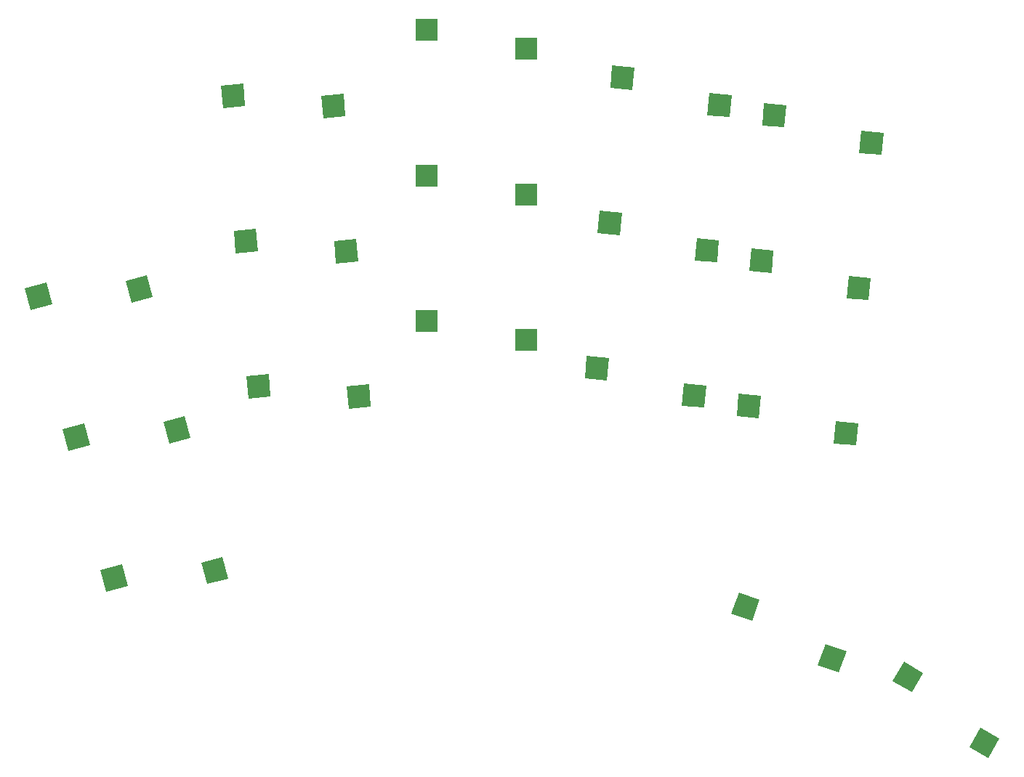
<source format=gbr>
%TF.GenerationSoftware,KiCad,Pcbnew,(5.1.10)-1*%
%TF.CreationDate,2021-07-08T00:04:35+02:00*%
%TF.ProjectId,architeuthis_dux,61726368-6974-4657-9574-6869735f6475,VERSION_HERE*%
%TF.SameCoordinates,Original*%
%TF.FileFunction,Paste,Bot*%
%TF.FilePolarity,Positive*%
%FSLAX46Y46*%
G04 Gerber Fmt 4.6, Leading zero omitted, Abs format (unit mm)*
G04 Created by KiCad (PCBNEW (5.1.10)-1) date 2021-07-08 00:04:35*
%MOMM*%
%LPD*%
G01*
G04 APERTURE LIST*
%ADD10C,0.100000*%
%ADD11R,2.600000X2.600000*%
G04 APERTURE END LIST*
D10*
%TO.C,S1*%
G36*
X7580017Y2254009D02*
G01*
X6907088Y4765416D01*
X9418495Y5438345D01*
X10091424Y2926938D01*
X7580017Y2254009D01*
G37*
G36*
X19305862Y3118332D02*
G01*
X18632933Y5629739D01*
X21144340Y6302668D01*
X21817269Y3791261D01*
X19305862Y3118332D01*
G37*
%TD*%
%TO.C,S3*%
G36*
X3180116Y18674809D02*
G01*
X2507187Y21186216D01*
X5018594Y21859145D01*
X5691523Y19347738D01*
X3180116Y18674809D01*
G37*
G36*
X14905961Y19539132D02*
G01*
X14233032Y22050539D01*
X16744439Y22723468D01*
X17417368Y20212061D01*
X14905961Y19539132D01*
G37*
%TD*%
%TO.C,S5*%
G36*
X-1219884Y35095509D02*
G01*
X-1892813Y37606916D01*
X618594Y38279845D01*
X1291523Y35768438D01*
X-1219884Y35095509D01*
G37*
G36*
X10505961Y35959832D02*
G01*
X9833032Y38471239D01*
X12344439Y39144168D01*
X13017368Y36632761D01*
X10505961Y35959832D01*
G37*
%TD*%
%TO.C,S7*%
G36*
X24144771Y24774219D02*
G01*
X23918166Y27364326D01*
X26508273Y27590931D01*
X26734878Y25000824D01*
X24144771Y24774219D01*
G37*
G36*
X35842562Y23589240D02*
G01*
X35615957Y26179347D01*
X38206064Y26405952D01*
X38432669Y23815845D01*
X35842562Y23589240D01*
G37*
%TD*%
%TO.C,S9*%
G36*
X22663070Y41709518D02*
G01*
X22436465Y44299625D01*
X25026572Y44526230D01*
X25253177Y41936123D01*
X22663070Y41709518D01*
G37*
G36*
X34360861Y40524539D02*
G01*
X34134256Y43114646D01*
X36724363Y43341251D01*
X36950968Y40751144D01*
X34360861Y40524539D01*
G37*
%TD*%
%TO.C,S11*%
G36*
X21181470Y58644820D02*
G01*
X20954865Y61234927D01*
X23544972Y61461532D01*
X23771577Y58871425D01*
X21181470Y58644820D01*
G37*
G36*
X32879261Y57459841D02*
G01*
X32652656Y60049948D01*
X35242763Y60276553D01*
X35469368Y57686446D01*
X32879261Y57459841D01*
G37*
%TD*%
D11*
%TO.C,S13*%
X44951936Y33769253D03*
X56501936Y31569253D03*
%TD*%
%TO.C,S15*%
X44951935Y50769253D03*
X56501935Y48569253D03*
%TD*%
%TO.C,S17*%
X44951936Y67769251D03*
X56501936Y65569251D03*
%TD*%
D10*
%TO.C,S19*%
G36*
X63356217Y27118895D02*
G01*
X63582822Y29709002D01*
X66172929Y29482397D01*
X65946324Y26892290D01*
X63356217Y27118895D01*
G37*
G36*
X74670523Y23920617D02*
G01*
X74897128Y26510724D01*
X77487235Y26284119D01*
X77260630Y23694012D01*
X74670523Y23920617D01*
G37*
%TD*%
%TO.C,S21*%
G36*
X64837918Y44054195D02*
G01*
X65064523Y46644302D01*
X67654630Y46417697D01*
X67428025Y43827590D01*
X64837918Y44054195D01*
G37*
G36*
X76152224Y40855917D02*
G01*
X76378829Y43446024D01*
X78968936Y43219419D01*
X78742331Y40629312D01*
X76152224Y40855917D01*
G37*
%TD*%
%TO.C,S23*%
G36*
X66319519Y60989595D02*
G01*
X66546124Y63579702D01*
X69136231Y63353097D01*
X68909626Y60762990D01*
X66319519Y60989595D01*
G37*
G36*
X77633825Y57791317D02*
G01*
X77860430Y60381424D01*
X80450537Y60154819D01*
X80223932Y57564712D01*
X77633825Y57791317D01*
G37*
%TD*%
%TO.C,S25*%
G36*
X81040818Y22727595D02*
G01*
X81267423Y25317702D01*
X83857530Y25091097D01*
X83630925Y22500990D01*
X81040818Y22727595D01*
G37*
G36*
X92355124Y19529317D02*
G01*
X92581729Y22119424D01*
X95171836Y21892819D01*
X94945231Y19302712D01*
X92355124Y19529317D01*
G37*
%TD*%
%TO.C,S27*%
G36*
X82522418Y39662895D02*
G01*
X82749023Y42253002D01*
X85339130Y42026397D01*
X85112525Y39436290D01*
X82522418Y39662895D01*
G37*
G36*
X93836724Y36464617D02*
G01*
X94063329Y39054724D01*
X96653436Y38828119D01*
X96426831Y36238012D01*
X93836724Y36464617D01*
G37*
%TD*%
%TO.C,S29*%
G36*
X84004119Y56598195D02*
G01*
X84230724Y59188302D01*
X86820831Y58961697D01*
X86594226Y56371590D01*
X84004119Y56598195D01*
G37*
G36*
X95318425Y53399917D02*
G01*
X95545030Y55990024D01*
X98135137Y55763419D01*
X97908532Y53173312D01*
X95318425Y53399917D01*
G37*
%TD*%
%TO.C,S31*%
G36*
X80392635Y-277836D02*
G01*
X81281888Y2165365D01*
X83725089Y1276112D01*
X82835836Y-1167089D01*
X80392635Y-277836D01*
G37*
G36*
X90493640Y-6295492D02*
G01*
X91382893Y-3852291D01*
X93826094Y-4741544D01*
X92936841Y-7184745D01*
X90493640Y-6295492D01*
G37*
%TD*%
%TO.C,S33*%
G36*
X99216469Y-8175629D02*
G01*
X100516469Y-5923963D01*
X102768135Y-7223963D01*
X101468135Y-9475629D01*
X99216469Y-8175629D01*
G37*
G36*
X108119062Y-15855885D02*
G01*
X109419062Y-13604219D01*
X111670728Y-14904219D01*
X110370728Y-17155885D01*
X108119062Y-15855885D01*
G37*
%TD*%
M02*

</source>
